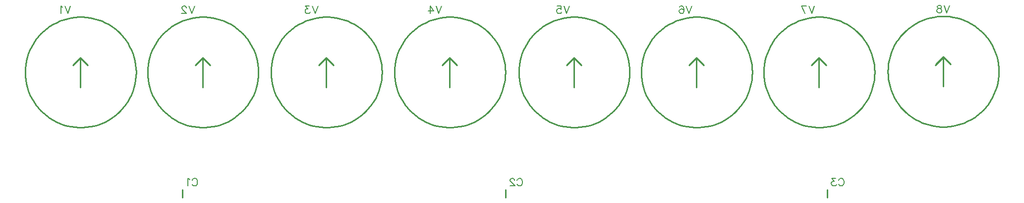
<source format=gbr>
G04 DipTrace 2.4.0.2*
%INBottomSilk.gbr*%
%MOIN*%
%ADD10C,0.0098*%
%ADD56C,0.0077*%
%FSLAX44Y44*%
G04*
G70*
G90*
G75*
G01*
%LNBotSilk*%
%LPD*%
X15776Y6321D2*
D10*
Y5809D1*
X37526Y6321D2*
Y5809D1*
X59151Y6321D2*
Y5809D1*
X5209Y14262D2*
X5218Y14522D1*
X5245Y14782D1*
X5290Y15038D1*
X5353Y15291D1*
X5434Y15539D1*
X5531Y15780D1*
X5646Y16014D1*
X5776Y16240D1*
X5921Y16456D1*
X6082Y16661D1*
X6256Y16855D1*
X6443Y17036D1*
X6643Y17203D1*
X6854Y17356D1*
X7074Y17494D1*
X7304Y17616D1*
X7542Y17722D1*
X7787Y17811D1*
X8037Y17883D1*
X8292Y17937D1*
X8550Y17974D1*
X8810Y17992D1*
X9070D1*
X9330Y17974D1*
X9588Y17937D1*
X9843Y17883D1*
X10093Y17811D1*
X10338Y17722D1*
X10576Y17616D1*
X10806Y17494D1*
X11026Y17356D1*
X11237Y17203D1*
X11437Y17036D1*
X11624Y16855D1*
X11798Y16661D1*
X11959Y16456D1*
X12104Y16240D1*
X12234Y16014D1*
X12349Y15780D1*
X12446Y15539D1*
X12527Y15291D1*
X12590Y15038D1*
X12635Y14782D1*
X12662Y14522D1*
X12671Y14262D1*
X12662Y14002D1*
X12635Y13743D1*
X12590Y13486D1*
X12527Y13233D1*
X12446Y12986D1*
X12349Y12744D1*
X12234Y12510D1*
X12104Y12284D1*
X11959Y12069D1*
X11798Y11863D1*
X11624Y11670D1*
X11437Y11489D1*
X11237Y11321D1*
X11026Y11168D1*
X10806Y11030D1*
X10576Y10908D1*
X10338Y10802D1*
X10093Y10713D1*
X9843Y10641D1*
X9588Y10587D1*
X9330Y10551D1*
X9070Y10532D1*
X8810D1*
X8550Y10551D1*
X8292Y10587D1*
X8037Y10641D1*
X7787Y10713D1*
X7542Y10802D1*
X7304Y10908D1*
X7074Y11030D1*
X6854Y11168D1*
X6643Y11321D1*
X6443Y11489D1*
X6256Y11670D1*
X6082Y11863D1*
X5921Y12069D1*
X5776Y12284D1*
X5646Y12510D1*
X5531Y12744D1*
X5434Y12986D1*
X5353Y13233D1*
X5290Y13486D1*
X5245Y13743D1*
X5218Y14002D1*
X5209Y14262D1*
X8921Y13244D2*
Y15244D1*
X9421Y14744D2*
X8921Y15244D1*
X8421Y14744D1*
X13440Y14262D2*
X13449Y14522D1*
X13476Y14782D1*
X13522Y15038D1*
X13585Y15291D1*
X13665Y15539D1*
X13763Y15780D1*
X13877Y16014D1*
X14007Y16240D1*
X14153Y16456D1*
X14313Y16661D1*
X14487Y16855D1*
X14675Y17036D1*
X14874Y17203D1*
X15085Y17356D1*
X15306Y17494D1*
X15536Y17616D1*
X15774Y17722D1*
X16018Y17811D1*
X16269Y17883D1*
X16523Y17937D1*
X16781Y17974D1*
X17041Y17992D1*
X17301D1*
X17561Y17974D1*
X17819Y17937D1*
X18074Y17883D1*
X18324Y17811D1*
X18569Y17722D1*
X18807Y17616D1*
X19037Y17494D1*
X19258Y17356D1*
X19468Y17203D1*
X19668Y17036D1*
X19855Y16855D1*
X20030Y16661D1*
X20190Y16456D1*
X20336Y16240D1*
X20466Y16014D1*
X20580Y15780D1*
X20677Y15539D1*
X20758Y15291D1*
X20821Y15038D1*
X20866Y14782D1*
X20893Y14522D1*
X20903Y14262D1*
X20893Y14002D1*
X20866Y13743D1*
X20821Y13486D1*
X20758Y13233D1*
X20677Y12986D1*
X20580Y12744D1*
X20466Y12510D1*
X20336Y12284D1*
X20190Y12069D1*
X20030Y11863D1*
X19855Y11670D1*
X19668Y11489D1*
X19468Y11321D1*
X19258Y11168D1*
X19037Y11030D1*
X18807Y10908D1*
X18569Y10802D1*
X18324Y10713D1*
X18074Y10641D1*
X17819Y10587D1*
X17561Y10551D1*
X17301Y10532D1*
X17041D1*
X16781Y10551D1*
X16523Y10587D1*
X16269Y10641D1*
X16018Y10713D1*
X15774Y10802D1*
X15536Y10908D1*
X15306Y11030D1*
X15085Y11168D1*
X14874Y11321D1*
X14675Y11489D1*
X14487Y11670D1*
X14313Y11863D1*
X14153Y12069D1*
X14007Y12284D1*
X13877Y12510D1*
X13763Y12744D1*
X13665Y12986D1*
X13585Y13233D1*
X13522Y13486D1*
X13476Y13743D1*
X13449Y14002D1*
X13440Y14262D1*
X17153Y13244D2*
Y15244D1*
X17653Y14744D2*
X17153Y15244D1*
X16653Y14744D1*
X21745Y14262D2*
X21754Y14522D1*
X21781Y14782D1*
X21827Y15038D1*
X21890Y15291D1*
X21970Y15539D1*
X22068Y15780D1*
X22182Y16014D1*
X22312Y16240D1*
X22458Y16456D1*
X22618Y16661D1*
X22792Y16855D1*
X22980Y17036D1*
X23179Y17203D1*
X23390Y17356D1*
X23611Y17494D1*
X23841Y17616D1*
X24078Y17722D1*
X24323Y17811D1*
X24574Y17883D1*
X24828Y17937D1*
X25086Y17974D1*
X25346Y17992D1*
X25606D1*
X25866Y17974D1*
X26124Y17937D1*
X26379Y17883D1*
X26629Y17811D1*
X26874Y17722D1*
X27112Y17616D1*
X27342Y17494D1*
X27563Y17356D1*
X27773Y17203D1*
X27973Y17036D1*
X28160Y16855D1*
X28335Y16661D1*
X28495Y16456D1*
X28641Y16240D1*
X28771Y16014D1*
X28885Y15780D1*
X28982Y15539D1*
X29063Y15291D1*
X29126Y15038D1*
X29171Y14782D1*
X29198Y14522D1*
X29207Y14262D1*
X29198Y14002D1*
X29171Y13743D1*
X29126Y13486D1*
X29063Y13233D1*
X28982Y12986D1*
X28885Y12744D1*
X28771Y12510D1*
X28641Y12284D1*
X28495Y12069D1*
X28335Y11863D1*
X28160Y11670D1*
X27973Y11489D1*
X27773Y11321D1*
X27563Y11168D1*
X27342Y11030D1*
X27112Y10908D1*
X26874Y10802D1*
X26629Y10713D1*
X26379Y10641D1*
X26124Y10587D1*
X25866Y10551D1*
X25606Y10532D1*
X25346D1*
X25086Y10551D1*
X24828Y10587D1*
X24574Y10641D1*
X24323Y10713D1*
X24078Y10802D1*
X23841Y10908D1*
X23611Y11030D1*
X23390Y11168D1*
X23179Y11321D1*
X22980Y11489D1*
X22792Y11670D1*
X22618Y11863D1*
X22458Y12069D1*
X22312Y12284D1*
X22182Y12510D1*
X22068Y12744D1*
X21970Y12986D1*
X21890Y13233D1*
X21827Y13486D1*
X21781Y13743D1*
X21754Y14002D1*
X21745Y14262D1*
X25458Y13244D2*
Y15244D1*
X25958Y14744D2*
X25458Y15244D1*
X24958Y14744D1*
X30045Y14262D2*
X30054Y14522D1*
X30081Y14782D1*
X30127Y15038D1*
X30190Y15291D1*
X30270Y15539D1*
X30368Y15780D1*
X30482Y16014D1*
X30612Y16240D1*
X30758Y16456D1*
X30918Y16661D1*
X31092Y16855D1*
X31280Y17036D1*
X31479Y17203D1*
X31690Y17356D1*
X31911Y17494D1*
X32141Y17616D1*
X32379Y17722D1*
X32623Y17811D1*
X32874Y17883D1*
X33128Y17937D1*
X33386Y17974D1*
X33646Y17992D1*
X33906D1*
X34166Y17974D1*
X34424Y17937D1*
X34679Y17883D1*
X34929Y17811D1*
X35174Y17722D1*
X35412Y17616D1*
X35642Y17494D1*
X35863Y17356D1*
X36073Y17203D1*
X36273Y17036D1*
X36460Y16855D1*
X36635Y16661D1*
X36795Y16456D1*
X36941Y16240D1*
X37071Y16014D1*
X37185Y15780D1*
X37282Y15539D1*
X37363Y15291D1*
X37426Y15038D1*
X37471Y14782D1*
X37498Y14522D1*
X37508Y14262D1*
X37498Y14002D1*
X37471Y13743D1*
X37426Y13486D1*
X37363Y13233D1*
X37282Y12986D1*
X37185Y12744D1*
X37071Y12510D1*
X36941Y12284D1*
X36795Y12069D1*
X36635Y11863D1*
X36460Y11670D1*
X36273Y11489D1*
X36073Y11321D1*
X35863Y11168D1*
X35642Y11030D1*
X35412Y10908D1*
X35174Y10802D1*
X34929Y10713D1*
X34679Y10641D1*
X34424Y10587D1*
X34166Y10551D1*
X33906Y10532D1*
X33646D1*
X33386Y10551D1*
X33128Y10587D1*
X32874Y10641D1*
X32623Y10713D1*
X32379Y10802D1*
X32141Y10908D1*
X31911Y11030D1*
X31690Y11168D1*
X31479Y11321D1*
X31280Y11489D1*
X31092Y11670D1*
X30918Y11863D1*
X30758Y12069D1*
X30612Y12284D1*
X30482Y12510D1*
X30368Y12744D1*
X30270Y12986D1*
X30190Y13233D1*
X30127Y13486D1*
X30081Y13743D1*
X30054Y14002D1*
X30045Y14262D1*
X33758Y13244D2*
Y15244D1*
X34258Y14744D2*
X33758Y15244D1*
X33258Y14744D1*
X38408Y14262D2*
X38417Y14522D1*
X38444Y14782D1*
X38489Y15038D1*
X38552Y15291D1*
X38633Y15539D1*
X38730Y15780D1*
X38844Y16014D1*
X38974Y16240D1*
X39120Y16456D1*
X39280Y16661D1*
X39455Y16855D1*
X39642Y17036D1*
X39842Y17203D1*
X40052Y17356D1*
X40273Y17494D1*
X40503Y17616D1*
X40741Y17722D1*
X40986Y17811D1*
X41236Y17883D1*
X41491Y17937D1*
X41749Y17974D1*
X42009Y17992D1*
X42269D1*
X42529Y17974D1*
X42787Y17937D1*
X43041Y17883D1*
X43292Y17811D1*
X43537Y17722D1*
X43774Y17616D1*
X44004Y17494D1*
X44225Y17356D1*
X44436Y17203D1*
X44635Y17036D1*
X44823Y16855D1*
X44997Y16661D1*
X45157Y16456D1*
X45303Y16240D1*
X45433Y16014D1*
X45547Y15780D1*
X45645Y15539D1*
X45725Y15291D1*
X45788Y15038D1*
X45834Y14782D1*
X45861Y14522D1*
X45870Y14262D1*
X45861Y14002D1*
X45834Y13743D1*
X45788Y13486D1*
X45725Y13233D1*
X45645Y12986D1*
X45547Y12744D1*
X45433Y12510D1*
X45303Y12284D1*
X45157Y12069D1*
X44997Y11863D1*
X44823Y11670D1*
X44635Y11489D1*
X44436Y11321D1*
X44225Y11168D1*
X44004Y11030D1*
X43774Y10908D1*
X43537Y10802D1*
X43292Y10713D1*
X43041Y10641D1*
X42787Y10587D1*
X42529Y10551D1*
X42269Y10532D1*
X42009D1*
X41749Y10551D1*
X41491Y10587D1*
X41236Y10641D1*
X40986Y10713D1*
X40741Y10802D1*
X40503Y10908D1*
X40273Y11030D1*
X40052Y11168D1*
X39842Y11321D1*
X39642Y11489D1*
X39455Y11670D1*
X39280Y11863D1*
X39120Y12069D1*
X38974Y12284D1*
X38844Y12510D1*
X38730Y12744D1*
X38633Y12986D1*
X38552Y13233D1*
X38489Y13486D1*
X38444Y13743D1*
X38417Y14002D1*
X38408Y14262D1*
X42120Y13244D2*
Y15244D1*
X42620Y14744D2*
X42120Y15244D1*
X41620Y14744D1*
X46645Y14262D2*
X46654Y14522D1*
X46681Y14782D1*
X46727Y15038D1*
X46790Y15291D1*
X46870Y15539D1*
X46968Y15780D1*
X47082Y16014D1*
X47212Y16240D1*
X47358Y16456D1*
X47518Y16661D1*
X47692Y16855D1*
X47880Y17036D1*
X48079Y17203D1*
X48290Y17356D1*
X48511Y17494D1*
X48741Y17616D1*
X48979Y17722D1*
X49223Y17811D1*
X49474Y17883D1*
X49728Y17937D1*
X49986Y17974D1*
X50246Y17992D1*
X50506D1*
X50766Y17974D1*
X51024Y17937D1*
X51279Y17883D1*
X51529Y17811D1*
X51774Y17722D1*
X52012Y17616D1*
X52242Y17494D1*
X52463Y17356D1*
X52673Y17203D1*
X52873Y17036D1*
X53060Y16855D1*
X53235Y16661D1*
X53395Y16456D1*
X53541Y16240D1*
X53671Y16014D1*
X53785Y15780D1*
X53882Y15539D1*
X53963Y15291D1*
X54026Y15038D1*
X54071Y14782D1*
X54098Y14522D1*
X54108Y14262D1*
X54098Y14002D1*
X54071Y13743D1*
X54026Y13486D1*
X53963Y13233D1*
X53882Y12986D1*
X53785Y12744D1*
X53671Y12510D1*
X53541Y12284D1*
X53395Y12069D1*
X53235Y11863D1*
X53060Y11670D1*
X52873Y11489D1*
X52673Y11321D1*
X52463Y11168D1*
X52242Y11030D1*
X52012Y10908D1*
X51774Y10802D1*
X51529Y10713D1*
X51279Y10641D1*
X51024Y10587D1*
X50766Y10551D1*
X50506Y10532D1*
X50246D1*
X49986Y10551D1*
X49728Y10587D1*
X49474Y10641D1*
X49223Y10713D1*
X48979Y10802D1*
X48741Y10908D1*
X48511Y11030D1*
X48290Y11168D1*
X48079Y11321D1*
X47880Y11489D1*
X47692Y11670D1*
X47518Y11863D1*
X47358Y12069D1*
X47212Y12284D1*
X47082Y12510D1*
X46968Y12744D1*
X46870Y12986D1*
X46790Y13233D1*
X46727Y13486D1*
X46681Y13743D1*
X46654Y14002D1*
X46645Y14262D1*
X50358Y13244D2*
Y15244D1*
X50858Y14744D2*
X50358Y15244D1*
X49858Y14744D1*
X54883Y14262D2*
X54892Y14522D1*
X54919Y14782D1*
X54964Y15038D1*
X55027Y15291D1*
X55108Y15539D1*
X55205Y15780D1*
X55319Y16014D1*
X55449Y16240D1*
X55595Y16456D1*
X55755Y16661D1*
X55930Y16855D1*
X56117Y17036D1*
X56317Y17203D1*
X56527Y17356D1*
X56748Y17494D1*
X56978Y17616D1*
X57216Y17722D1*
X57461Y17811D1*
X57711Y17883D1*
X57966Y17937D1*
X58224Y17974D1*
X58484Y17992D1*
X58744D1*
X59004Y17974D1*
X59262Y17937D1*
X59516Y17883D1*
X59767Y17811D1*
X60012Y17722D1*
X60249Y17616D1*
X60479Y17494D1*
X60700Y17356D1*
X60911Y17203D1*
X61110Y17036D1*
X61298Y16855D1*
X61472Y16661D1*
X61632Y16456D1*
X61778Y16240D1*
X61908Y16014D1*
X62022Y15780D1*
X62120Y15539D1*
X62200Y15291D1*
X62263Y15038D1*
X62309Y14782D1*
X62336Y14522D1*
X62345Y14262D1*
X62336Y14002D1*
X62309Y13743D1*
X62263Y13486D1*
X62200Y13233D1*
X62120Y12986D1*
X62022Y12744D1*
X61908Y12510D1*
X61778Y12284D1*
X61632Y12069D1*
X61472Y11863D1*
X61298Y11670D1*
X61110Y11489D1*
X60911Y11321D1*
X60700Y11168D1*
X60479Y11030D1*
X60249Y10908D1*
X60012Y10802D1*
X59767Y10713D1*
X59516Y10641D1*
X59262Y10587D1*
X59004Y10551D1*
X58744Y10532D1*
X58484D1*
X58224Y10551D1*
X57966Y10587D1*
X57711Y10641D1*
X57461Y10713D1*
X57216Y10802D1*
X56978Y10908D1*
X56748Y11030D1*
X56527Y11168D1*
X56317Y11321D1*
X56117Y11489D1*
X55930Y11670D1*
X55755Y11863D1*
X55595Y12069D1*
X55449Y12284D1*
X55319Y12510D1*
X55205Y12744D1*
X55108Y12986D1*
X55027Y13233D1*
X54964Y13486D1*
X54919Y13743D1*
X54892Y14002D1*
X54883Y14262D1*
X58595Y13244D2*
Y15244D1*
X59095Y14744D2*
X58595Y15244D1*
X58095Y14744D1*
X63228Y14308D2*
X63237Y14568D1*
X63264Y14827D1*
X63309Y15084D1*
X63372Y15337D1*
X63453Y15584D1*
X63550Y15826D1*
X63664Y16060D1*
X63794Y16286D1*
X63940Y16502D1*
X64100Y16707D1*
X64275Y16900D1*
X64462Y17081D1*
X64662Y17249D1*
X64872Y17402D1*
X65093Y17540D1*
X65323Y17662D1*
X65561Y17768D1*
X65806Y17857D1*
X66056Y17929D1*
X66311Y17983D1*
X66569Y18020D1*
X66829Y18038D1*
X67089D1*
X67349Y18020D1*
X67607Y17983D1*
X67861Y17929D1*
X68112Y17857D1*
X68357Y17768D1*
X68594Y17662D1*
X68824Y17540D1*
X69045Y17402D1*
X69256Y17249D1*
X69455Y17081D1*
X69643Y16900D1*
X69817Y16707D1*
X69977Y16502D1*
X70123Y16286D1*
X70253Y16060D1*
X70367Y15826D1*
X70465Y15584D1*
X70545Y15337D1*
X70608Y15084D1*
X70654Y14827D1*
X70681Y14568D1*
X70690Y14308D1*
X70681Y14048D1*
X70654Y13789D1*
X70608Y13532D1*
X70545Y13279D1*
X70465Y13032D1*
X70367Y12790D1*
X70253Y12556D1*
X70123Y12330D1*
X69977Y12114D1*
X69817Y11909D1*
X69643Y11716D1*
X69455Y11535D1*
X69256Y11367D1*
X69045Y11214D1*
X68824Y11076D1*
X68594Y10954D1*
X68357Y10848D1*
X68112Y10759D1*
X67861Y10687D1*
X67607Y10633D1*
X67349Y10597D1*
X67089Y10578D1*
X66829D1*
X66569Y10597D1*
X66311Y10633D1*
X66056Y10687D1*
X65806Y10759D1*
X65561Y10848D1*
X65323Y10954D1*
X65093Y11076D1*
X64872Y11214D1*
X64662Y11367D1*
X64462Y11535D1*
X64275Y11716D1*
X64100Y11909D1*
X63940Y12114D1*
X63794Y12330D1*
X63664Y12556D1*
X63550Y12790D1*
X63453Y13032D1*
X63372Y13279D1*
X63309Y13532D1*
X63264Y13789D1*
X63237Y14048D1*
X63228Y14308D1*
X66940Y13290D2*
Y15290D1*
X67440Y14790D2*
X66940Y15290D1*
X66440Y14790D1*
X66920Y15244D2*
X66420Y14744D1*
X16443Y6973D2*
D56*
X16467Y7021D1*
X16515Y7069D1*
X16562Y7093D1*
X16658D1*
X16706Y7069D1*
X16754Y7021D1*
X16778Y6973D1*
X16802Y6901D1*
Y6781D1*
X16778Y6710D1*
X16754Y6662D1*
X16706Y6614D1*
X16658Y6590D1*
X16562D1*
X16515Y6614D1*
X16467Y6662D1*
X16443Y6710D1*
X16289Y6996D2*
X16241Y7021D1*
X16169Y7092D1*
Y6590D1*
X38300Y6973D2*
X38324Y7021D1*
X38372Y7069D1*
X38420Y7093D1*
X38515D1*
X38564Y7069D1*
X38611Y7021D1*
X38635Y6973D1*
X38659Y6901D1*
Y6781D1*
X38635Y6710D1*
X38611Y6662D1*
X38564Y6614D1*
X38515Y6590D1*
X38420D1*
X38372Y6614D1*
X38324Y6662D1*
X38300Y6710D1*
X38122Y6973D2*
Y6996D1*
X38098Y7044D1*
X38074Y7068D1*
X38026Y7092D1*
X37931D1*
X37883Y7068D1*
X37859Y7044D1*
X37835Y6996D1*
Y6949D1*
X37859Y6901D1*
X37907Y6829D1*
X38146Y6590D1*
X37811D1*
X59925Y6973D2*
X59949Y7021D1*
X59997Y7069D1*
X60045Y7093D1*
X60140D1*
X60189Y7069D1*
X60236Y7021D1*
X60260Y6973D1*
X60284Y6901D1*
Y6781D1*
X60260Y6710D1*
X60236Y6662D1*
X60189Y6614D1*
X60140Y6590D1*
X60045D1*
X59997Y6614D1*
X59949Y6662D1*
X59925Y6710D1*
X59723Y7092D2*
X59460D1*
X59604Y6901D1*
X59532D1*
X59484Y6877D1*
X59460Y6853D1*
X59436Y6781D1*
Y6734D1*
X59460Y6662D1*
X59508Y6614D1*
X59580Y6590D1*
X59652D1*
X59723Y6614D1*
X59747Y6638D1*
X59771Y6686D1*
X8268Y18726D2*
X8077Y18224D1*
X7886Y18726D1*
X7732Y18630D2*
X7683Y18654D1*
X7612Y18726D1*
Y18224D1*
X16607Y18726D2*
X16416Y18224D1*
X16225Y18726D1*
X16046Y18606D2*
Y18630D1*
X16022Y18678D1*
X15998Y18702D1*
X15950Y18726D1*
X15855D1*
X15807Y18702D1*
X15783Y18678D1*
X15759Y18630D1*
Y18583D1*
X15783Y18535D1*
X15831Y18463D1*
X16070Y18224D1*
X15735D1*
X24912Y18726D2*
X24721Y18224D1*
X24530Y18726D1*
X24327D2*
X24065D1*
X24208Y18535D1*
X24136D1*
X24088Y18511D1*
X24065Y18487D1*
X24040Y18415D1*
Y18368D1*
X24065Y18296D1*
X24112Y18248D1*
X24184Y18224D1*
X24256D1*
X24327Y18248D1*
X24351Y18272D1*
X24375Y18320D1*
X33224Y18726D2*
X33033Y18224D1*
X32842Y18726D1*
X32448Y18224D2*
Y18726D1*
X32687Y18391D1*
X32328D1*
X41825Y18726D2*
X41633Y18224D1*
X41442Y18726D1*
X41001D2*
X41240D1*
X41263Y18511D1*
X41240Y18535D1*
X41168Y18559D1*
X41097D1*
X41025Y18535D1*
X40977Y18487D1*
X40953Y18415D1*
Y18368D1*
X40977Y18296D1*
X41025Y18248D1*
X41097Y18224D1*
X41168D1*
X41240Y18248D1*
X41263Y18272D1*
X41288Y18320D1*
X50050Y18726D2*
X49859Y18224D1*
X49668Y18726D1*
X49226Y18654D2*
X49250Y18702D1*
X49322Y18726D1*
X49369D1*
X49441Y18702D1*
X49489Y18630D1*
X49513Y18511D1*
Y18391D1*
X49489Y18296D1*
X49441Y18248D1*
X49369Y18224D1*
X49346D1*
X49274Y18248D1*
X49226Y18296D1*
X49203Y18368D1*
Y18391D1*
X49226Y18463D1*
X49274Y18511D1*
X49346Y18535D1*
X49369D1*
X49441Y18511D1*
X49489Y18463D1*
X49513Y18391D1*
X58300Y18726D2*
X58108Y18224D1*
X57917Y18726D1*
X57667Y18224D2*
X57428Y18726D1*
X57763D1*
X67394Y18772D2*
X67203Y18270D1*
X67012Y18772D1*
X66738D2*
X66809Y18748D1*
X66834Y18700D1*
Y18652D1*
X66809Y18605D1*
X66762Y18580D1*
X66666Y18557D1*
X66594Y18533D1*
X66547Y18485D1*
X66523Y18437D1*
Y18365D1*
X66547Y18318D1*
X66571Y18294D1*
X66643Y18270D1*
X66738D1*
X66809Y18294D1*
X66834Y18318D1*
X66858Y18365D1*
Y18437D1*
X66834Y18485D1*
X66786Y18533D1*
X66714Y18557D1*
X66619Y18580D1*
X66571Y18605D1*
X66547Y18652D1*
Y18700D1*
X66571Y18748D1*
X66643Y18772D1*
X66738D1*
M02*

</source>
